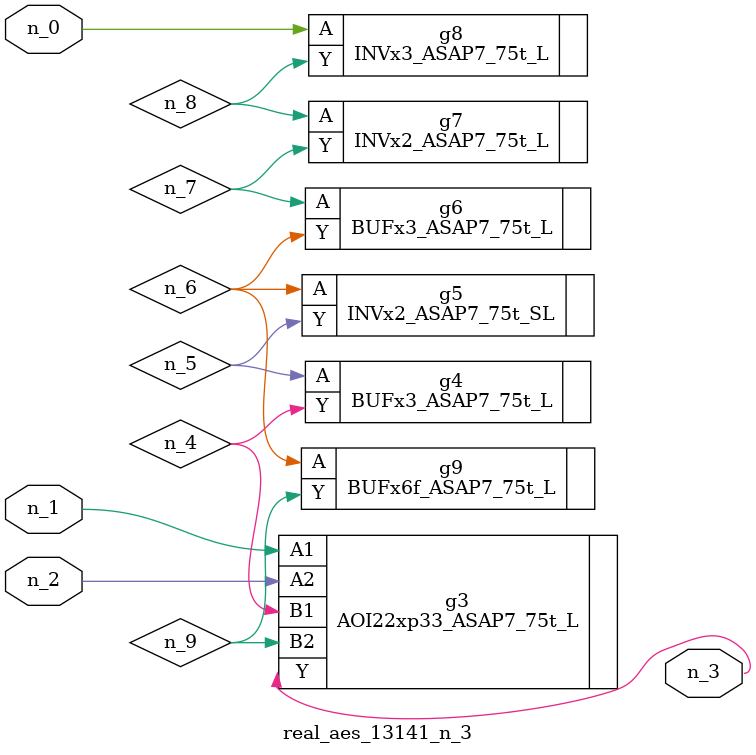
<source format=v>
module real_aes_13141_n_3 (n_0, n_2, n_1, n_3);
input n_0;
input n_2;
input n_1;
output n_3;
wire n_4;
wire n_5;
wire n_7;
wire n_9;
wire n_6;
wire n_8;
INVx3_ASAP7_75t_L g8 ( .A(n_0), .Y(n_8) );
AOI22xp33_ASAP7_75t_L g3 ( .A1(n_1), .A2(n_2), .B1(n_4), .B2(n_9), .Y(n_3) );
BUFx3_ASAP7_75t_L g4 ( .A(n_5), .Y(n_4) );
INVx2_ASAP7_75t_SL g5 ( .A(n_6), .Y(n_5) );
BUFx6f_ASAP7_75t_L g9 ( .A(n_6), .Y(n_9) );
BUFx3_ASAP7_75t_L g6 ( .A(n_7), .Y(n_6) );
INVx2_ASAP7_75t_L g7 ( .A(n_8), .Y(n_7) );
endmodule
</source>
